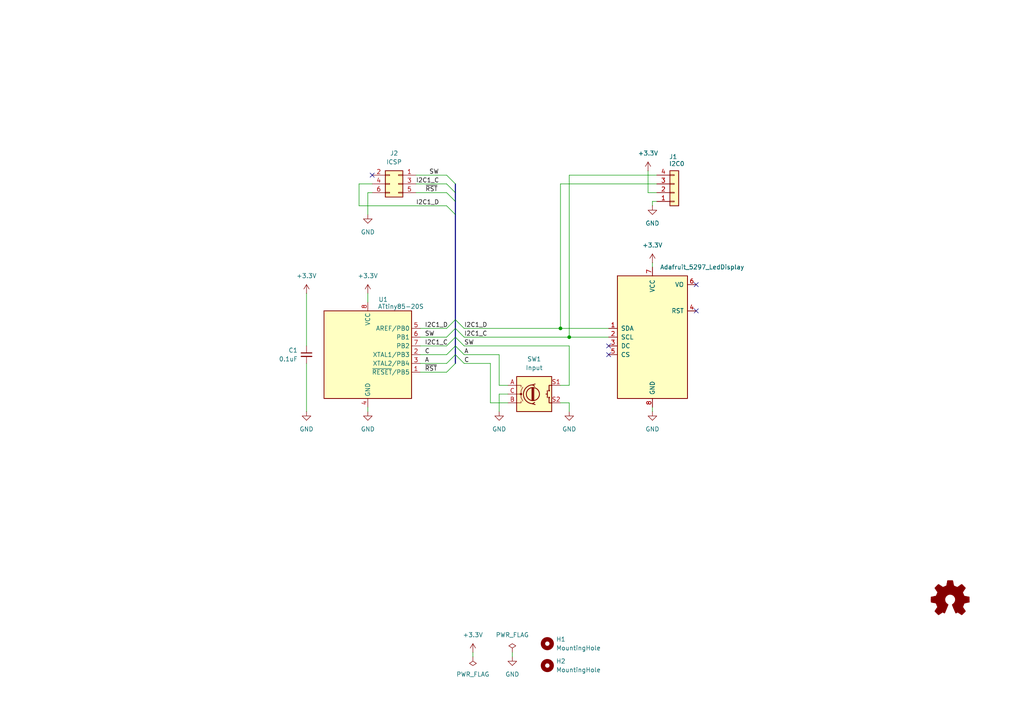
<source format=kicad_sch>
(kicad_sch (version 20231120) (generator "eeschema") (generator_version "8.0")
  (paper "A4")
  (title_block (title "Animatronics - Diagnostics Display (ANI-DSP)") (date "2025-02-09") (rev "1.0") (company "Sparky Bobo Designs") (comment 2 "Designed by: SparkyBobo") (comment 3 "https://creativecommons.org/licenses/by-sa/4.0/") (comment 4 "Released under the Creative Commons Attribution Share-Alike 4.0 License"))
  (lib_symbols
    (symbol "Connector_Generic:Conn_01x04" (pin_names (offset 1.016) hide)
      (property "Reference" "J" (at 0 5.08 0))
      (property "Value" "Conn_01x04" (at 0 -7.62 0))
      (symbol "Conn_01x04_1_1"
        (rectangle (start -1.27 -4.953) (end 0 -5.207) (stroke (width 0.1524)))
        (rectangle (start -1.27 -2.413) (end 0 -2.667) (stroke (width 0.1524)))
        (rectangle (start -1.27 0.127) (end 0 -0.127) (stroke (width 0.1524)))
        (rectangle (start -1.27 2.667) (end 0 2.413) (stroke (width 0.1524)))
        (rectangle (start -1.27 3.81) (end 1.27 -6.35) (stroke (width 0.254)) (fill (type background)))
        (pin passive line (at -5.08 2.54 0) (length 3.81) (name "Pin_1") (number "1"))
        (pin passive line (at -5.08 0 0) (length 3.81) (name "Pin_2") (number "2"))
        (pin passive line (at -5.08 -2.54 0) (length 3.81) (name "Pin_3") (number "3"))
        (pin passive line (at -5.08 -5.08 0) (length 3.81) (name "Pin_4") (number "4"))
      )
    )
    (symbol "Connector_Generic:Conn_02x03_Odd_Even" (pin_names (offset 1.016) hide)
      (property "Reference" "J" (at 1.27 5.08 0))
      (property "Value" "Conn_02x03_Odd_Even" (at 1.27 -5.08 0))
      (symbol "Conn_02x03_Odd_Even_1_1"
        (rectangle (start -1.27 -2.413) (end 0 -2.667) (stroke (width 0.1524)))
        (rectangle (start -1.27 0.127) (end 0 -0.127) (stroke (width 0.1524)))
        (rectangle (start -1.27 2.667) (end 0 2.413) (stroke (width 0.1524)))
        (rectangle (start -1.27 3.81) (end 3.81 -3.81) (stroke (width 0.254)) (fill (type background)))
        (rectangle (start 3.81 -2.413) (end 2.54 -2.667) (stroke (width 0.1524)))
        (rectangle (start 3.81 0.127) (end 2.54 -0.127) (stroke (width 0.1524)))
        (rectangle (start 3.81 2.667) (end 2.54 2.413) (stroke (width 0.1524)))
        (pin passive line (at -5.08 2.54 0) (length 3.81) (name "Pin_1") (number "1"))
        (pin passive line (at 7.62 2.54 180) (length 3.81) (name "Pin_2") (number "2"))
        (pin passive line (at -5.08 0 0) (length 3.81) (name "Pin_3") (number "3"))
        (pin passive line (at 7.62 0 180) (length 3.81) (name "Pin_4") (number "4"))
        (pin passive line (at -5.08 -2.54 0) (length 3.81) (name "Pin_5") (number "5"))
        (pin passive line (at 7.62 -2.54 180) (length 3.81) (name "Pin_6") (number "6"))
      )
    )
    (symbol "Device:C_Small" (pin_numbers hide) (pin_names (offset 0.254) hide)
      (property "Reference" "C" (at 0.254 1.778 0))
      (property "Value" "C_Small" (at 0.254 -2.032 0))
      (symbol "C_Small_0_1"
        (polyline (pts (xy -1.524 -0.508) (xy 1.524 -0.508)) (stroke (width 0.3302)))
        (polyline (pts (xy -1.524 0.508) (xy 1.524 0.508)) (stroke (width 0.3048)))
      )
      (symbol "C_Small_1_1"
        (pin passive line (at 0 2.54 270) (length 2.032) (name "~") (number "1"))
        (pin passive line (at 0 -2.54 90) (length 2.032) (name "~") (number "2"))
      )
    )
    (symbol "Device:RotaryEncoder_Switch" (pin_names (offset 0.254) hide)
      (property "Reference" "SW" (at 0 6.604 0))
      (property "Value" "RotaryEncoder_Switch" (at 0 -6.604 0))
      (symbol "RotaryEncoder_Switch_0_1"
        (rectangle (start -5.08 5.08) (end 5.08 -5.08) (stroke (width 0.254)) (fill (type background)))
        (circle (center -3.81 0) (radius 0.254) (fill (type outline)))
        (circle (center -0.381 0) (radius 1.905) (stroke (width 0.254)))
        (arc (start -0.381 2.667) (mid -3.0988 -0.0635) (end -0.381 -2.794) (stroke (width 0.254)))
        (polyline (pts (xy -0.635 -1.778) (xy -0.635 1.778)) (stroke (width 0.254)))
        (polyline (pts (xy -0.381 -1.778) (xy -0.381 1.778)) (stroke (width 0.254)))
        (polyline (pts (xy -0.127 1.778) (xy -0.127 -1.778)) (stroke (width 0.254)))
        (polyline (pts (xy 3.81 0) (xy 3.429 0)) (stroke (width 0.254)))
        (polyline (pts (xy 3.81 1.016) (xy 3.81 -1.016)) (stroke (width 0.254)))
        (polyline (pts (xy -5.08 -2.54) (xy -3.81 -2.54) (xy -3.81 -2.032)))
        (polyline (pts (xy -5.08 2.54) (xy -3.81 2.54) (xy -3.81 2.032)))
        (polyline (pts (xy 0.254 -3.048) (xy -0.508 -2.794) (xy 0.127 -2.413)) (stroke (width 0.254)))
        (polyline (pts (xy 0.254 2.921) (xy -0.508 2.667) (xy 0.127 2.286)) (stroke (width 0.254)))
        (polyline (pts (xy 5.08 -2.54) (xy 4.318 -2.54) (xy 4.318 -1.016)) (stroke (width 0.254)))
        (polyline (pts (xy 5.08 2.54) (xy 4.318 2.54) (xy 4.318 1.016)) (stroke (width 0.254)))
        (polyline (pts (xy -5.08 0) (xy -3.81 0) (xy -3.81 -1.016) (xy -3.302 -2.032)))
        (polyline (pts (xy -4.318 0) (xy -3.81 0) (xy -3.81 1.016) (xy -3.302 2.032)))
        (circle (center 4.318 -1.016) (radius 0.127) (stroke (width 0.254)))
        (circle (center 4.318 1.016) (radius 0.127) (stroke (width 0.254)))
      )
      (symbol "RotaryEncoder_Switch_1_1"
        (pin passive line (at -7.62 2.54 0) (length 2.54) (name "A") (number "A"))
        (pin passive line (at -7.62 -2.54 0) (length 2.54) (name "B") (number "B"))
        (pin passive line (at -7.62 0 0) (length 2.54) (name "C") (number "C"))
        (pin passive line (at 7.62 2.54 180) (length 2.54) (name "S1") (number "S1"))
        (pin passive line (at 7.62 -2.54 180) (length 2.54) (name "S2") (number "S2"))
      )
    )
    (symbol "Graphic:Logo_Open_Hardware_Small" (in_bom no) (on_board no)
      (symbol "Logo_Open_Hardware_Small_0_1"
        (polyline (pts (xy 3.3528 -4.3434) (xy 3.302 -4.318) (xy 3.175 -4.2418) (xy 2.9972 -4.1148) (xy 2.7686 -3.9624) (xy 2.54 -3.81) (xy 2.3622 -3.7084) (xy 2.2352 -3.6068) (xy 2.1844 -3.5814) (xy 2.159 -3.6068) (xy 2.0574 -3.6576) (xy 1.905 -3.7338) (xy 1.8034 -3.7846) (xy 1.6764 -3.8354) (xy 1.6002 -3.8354) (xy 1.6002 -3.8354) (xy 1.5494 -3.7338) (xy 1.4732 -3.5306) (xy 1.3462 -3.302) (xy 1.2446 -3.0226) (xy 1.1176 -2.7178) (xy 0.9652 -2.413) (xy 0.8636 -2.1082) (xy 0.7366 -1.8288) (xy 0.6604 -1.6256) (xy 0.6096 -1.4732) (xy 0.5842 -1.397) (xy 0.5842 -1.397) (xy 0.6604 -1.3208) (xy 0.7874 -1.2446) (xy 1.0414 -1.016) (xy 1.2954 -0.6858) (xy 1.4478 -0.3302) (xy 1.524 0.0762) (xy 1.4732 0.4572) (xy 1.3208 0.8128) (xy 1.0668 1.143) (xy 0.762 1.3716) (xy 0.4064 1.524) (xy 0 1.5748) (xy -0.381 1.5494) (xy -0.7366 1.397) (xy -1.0668 1.143) (xy -1.2192 0.9906) (xy -1.397 0.6604) (xy -1.524 0.3048) (xy -1.524 0.2286) (xy -1.4986 -0.1778) (xy -1.397 -0.5334) (xy -1.1938 -0.8636) (xy -0.9144 -1.143) (xy -0.8636 -1.1684) (xy -0.7366 -1.27) (xy -0.635 -1.3462) (xy -0.5842 -1.397) (xy -1.0668 -2.5908) (xy -1.143 -2.794) (xy -1.2954 -3.1242) (xy -1.397 -3.4036) (xy -1.4986 -3.6322) (xy -1.5748 -3.7846) (xy -1.6002 -3.8354) (xy -1.6002 -3.8354) (xy -1.651 -3.8354) (xy -1.7272 -3.81) (xy -1.905 -3.7338) (xy -2.0066 -3.683) (xy -2.1336 -3.6068) (xy -2.2098 -3.5814) (xy -2.2606 -3.6068) (xy -2.3622 -3.683) (xy -2.54 -3.81) (xy -2.7686 -3.9624) (xy -2.9718 -4.0894) (xy -3.1496 -4.2164) (xy -3.302 -4.318) (xy -3.3528 -4.3434) (xy -3.3782 -4.3434) (xy -3.429 -4.318) (xy -3.5306 -4.2164) (xy -3.7084 -4.064) (xy -3.937 -3.8354) (xy -3.9624 -3.81) (xy -4.1656 -3.6068) (xy -4.318 -3.4544) (xy -4.4196 -3.3274) (xy -4.445 -3.2766) (xy -4.445 -3.2766) (xy -4.4196 -3.2258) (xy -4.318 -3.0734) (xy -4.2164 -2.8956) (xy -4.064 -2.667) (xy -3.6576 -2.0828) (xy -3.8862 -1.5494) (xy -3.937 -1.3716) (xy -4.0386 -1.1684) (xy -4.0894 -1.0414) (xy -4.1148 -0.9652) (xy -4.191 -0.9398) (xy -4.318 -0.9144) (xy -4.5466 -0.8636) (xy -4.8006 -0.8128) (xy -5.0546 -0.7874) (xy -5.2578 -0.7366) (xy -5.4356 -0.7112) (xy -5.5118 -0.6858) (xy -5.5118 -0.6858) (xy -5.5372 -0.635) (xy -5.5372 -0.5588) (xy -5.5372 -0.4318) (xy -5.5626 -0.2286) (xy -5.5626 0.0762) (xy -5.5626 0.127) (xy -5.5372 0.4064) (xy -5.5372 0.635) (xy -5.5372 0.762) (xy -5.5372 0.8382) (xy -5.5372 0.8382) (xy -5.461 0.8382) (xy -5.3086 0.889) (xy -5.08 0.9144) (xy -4.826 0.9652) (xy -4.8006 0.9906) (xy -4.5466 1.0414) (xy -4.318 1.0668) (xy -4.1656 1.1176) (xy -4.0894 1.143) (xy -4.0894 1.143) (xy -4.0386 1.2446) (xy -3.9624 1.4224) (xy -3.8608 1.6256) (xy -3.7846 1.8288) (xy -3.7084 2.0066) (xy -3.6576 2.159) (xy -3.6322 2.2098) (xy -3.6322 2.2098) (xy -3.683 2.286) (xy -3.7592 2.413) (xy -3.8862 2.5908) (xy -4.064 2.8194) (xy -4.064 2.8448) (xy -4.2164 3.0734) (xy -4.3434 3.2512) (xy -4.4196 3.3782) (xy -4.445 3.4544) (xy -4.445 3.4544) (xy -4.3942 3.5052) (xy -4.2926 3.6322) (xy -4.1148 3.81) (xy -3.937 4.0132) (xy -3.8608 4.064) (xy -3.6576 4.2926) (xy -3.5052 4.4196) (xy -3.4036 4.4958) (xy -3.3528 4.5212) (xy -3.3528 4.5212) (xy -3.302 4.4704) (xy -3.1496 4.3688) (xy -2.9718 4.2418) (xy -2.7432 4.0894) (xy -2.7178 4.0894) (xy -2.4892 3.937) (xy -2.3114 3.81) (xy -2.1844 3.7084) (xy -2.1336 3.683) (xy -2.1082 3.683) (xy -2.032 3.7084) (xy -1.8542 3.7592) (xy -1.6764 3.8354) (xy -1.4732 3.937) (xy -1.27 4.0132) (xy -1.143 4.064) (xy -1.0668 4.1148) (xy -1.0668 4.1148) (xy -1.0414 4.191) (xy -1.016 4.3434) (xy -0.9652 4.572) (xy -0.9144 4.8514) (xy -0.889 4.9022) (xy -0.8382 5.1562) (xy -0.8128 5.3848) (xy -0.7874 5.5372) (xy -0.762 5.588) (xy -0.7112 5.6134) (xy -0.5842 5.6134) (xy -0.4064 5.6134) (xy -0.1524 5.6134) (xy 0.0762 5.6134) (xy 0.3302 5.6134) (xy 0.5334 5.6134) (xy 0.6858 5.588) (xy 0.7366 5.588) (xy 0.7366 5.588) (xy 0.762 5.5118) (xy 0.8128 5.334) (xy 0.8382 5.1054) (xy 0.9144 4.826) (xy 0.9144 4.7752) (xy 0.9652 4.5212) (xy 1.016 4.2926) (xy 1.0414 4.1402) (xy 1.0668 4.0894) (xy 1.0668 4.0894) (xy 1.1938 4.0386) (xy 1.3716 3.9624) (xy 1.5748 3.8608) (xy 2.0828 3.6576) (xy 2.7178 4.0894) (xy 2.7686 4.1402) (xy 2.9972 4.2926) (xy 3.175 4.4196) (xy 3.302 4.4958) (xy 3.3782 4.5212) (xy 3.3782 4.5212) (xy 3.429 4.4704) (xy 3.556 4.3434) (xy 3.7338 4.191) (xy 3.9116 3.9878) (xy 4.064 3.8354) (xy 4.2418 3.6576) (xy 4.3434 3.556) (xy 4.4196 3.4798) (xy 4.4196 3.429) (xy 4.4196 3.4036) (xy 4.3942 3.3274) (xy 4.2926 3.2004) (xy 4.1656 2.9972) (xy 4.0132 2.794) (xy 3.8862 2.5908) (xy 3.7592 2.3876) (xy 3.6576 2.2352) (xy 3.6322 2.159) (xy 3.6322 2.1336) (xy 3.683 2.0066) (xy 3.7592 1.8288) (xy 3.8608 1.6002) (xy 4.064 1.1176) (xy 4.3942 1.0414) (xy 4.5974 1.016) (xy 4.8768 0.9652) (xy 5.1308 0.9144) (xy 5.5372 0.8382) (xy 5.5626 -0.6604) (xy 5.4864 -0.6858) (xy 5.4356 -0.6858) (xy 5.2832 -0.7366) (xy 5.0546 -0.762) (xy 4.8006 -0.8128) (xy 4.5974 -0.8636) (xy 4.3688 -0.9144) (xy 4.2164 -0.9398) (xy 4.1402 -0.9398) (xy 4.1148 -0.9652) (xy 4.064 -1.0668) (xy 3.9878 -1.2446) (xy 3.9116 -1.4478) (xy 3.81 -1.651) (xy 3.7338 -1.8542) (xy 3.683 -2.0066) (xy 3.6576 -2.0828) (xy 3.683 -2.1336) (xy 3.7846 -2.2606) (xy 3.8862 -2.4638) (xy 4.0386 -2.667) (xy 4.191 -2.8956) (xy 4.318 -3.0734) (xy 4.3942 -3.2004) (xy 4.445 -3.2766) (xy 4.4196 -3.3274) (xy 4.3434 -3.429) (xy 4.1656 -3.5814) (xy 3.937 -3.8354) (xy 3.8862 -3.8608) (xy 3.683 -4.064) (xy 3.5306 -4.2164) (xy 3.4036 -4.318) (xy 3.3528 -4.3434)) (fill (type outline)))
      )
    )
    (symbol "MCU_Microchip_ATtiny:ATtiny85-20S"
      (property "Reference" "U" (at -12.7 13.97 0))
      (property "Value" "ATtiny85-20S" (at 2.54 -13.97 0))
      (symbol "ATtiny85-20S_0_1"
        (rectangle (start -12.7 -12.7) (end 12.7 12.7) (stroke (width 0.254)) (fill (type background)))
      )
      (symbol "ATtiny85-20S_1_1"
        (pin bidirectional line (at 15.24 -5.08 180) (length 2.54) (name "~{RESET}/PB5") (number "1"))
        (pin bidirectional line (at 15.24 0 180) (length 2.54) (name "XTAL1/PB3") (number "2"))
        (pin bidirectional line (at 15.24 -2.54 180) (length 2.54) (name "XTAL2/PB4") (number "3"))
        (pin power_in line (at 0 -15.24 90) (length 2.54) (name "GND") (number "4"))
        (pin bidirectional line (at 15.24 7.62 180) (length 2.54) (name "AREF/PB0") (number "5"))
        (pin bidirectional line (at 15.24 5.08 180) (length 2.54) (name "PB1") (number "6"))
        (pin bidirectional line (at 15.24 2.54 180) (length 2.54) (name "PB2") (number "7"))
        (pin power_in line (at 0 15.24 270) (length 2.54) (name "VCC") (number "8"))
      )
    )
    (symbol "Mechanical:MountingHole" (pin_names (offset 1.016)) (exclude_from_sim yes) (in_bom no)
      (property "Reference" "H" (at 0 5.08 0))
      (property "Value" "MountingHole" (at 0 3.175 0))
      (symbol "MountingHole_0_1"
        (circle (center 0 0) (radius 1.27) (stroke (width 1.27)))
      )
    )
    (symbol "animatronics:Adafruit_5297_LedDisplay" (pin_names (offset 1.016))
      (property "Value" "Adafruit_5297_LedDisplay" (at 5.588 19.05 0))
      (symbol "Adafruit_5297_LedDisplay_0_1"
        (rectangle (start -10.16 17.78) (end 10.16 -17.78) (stroke (width 0.254)) (fill (type background)))
      )
      (symbol "Adafruit_5297_LedDisplay_1_1"
        (pin bidirectional line (at -12.7 2.54 0) (length 2.54) (name "SDA") (number "1"))
        (pin bidirectional line (at -12.7 0 0) (length 2.54) (name "SCL") (number "2"))
        (pin bidirectional line (at -12.7 -2.54 0) (length 2.54) (name "DC") (number "3"))
        (pin passive line (at 12.7 7.62 180) (length 2.54) (name "RST") (number "4"))
        (pin bidirectional line (at -12.7 -5.08 0) (length 2.54) (name "CS") (number "5"))
        (pin passive line (at 12.7 15.24 180) (length 2.54) (name "VO") (number "6"))
        (pin power_in line (at 0 20.32 270) (length 2.54) (name "VCC") (number "7"))
        (pin power_in line (at 0 -20.32 90) (length 2.54) (name "GND") (number "8"))
      )
    )
    (symbol "power:+3.3V" (power) (pin_numbers hide) (pin_names (offset 0) hide)
      (property "Value" "+3.3V" (at 0 3.556 0))
      (symbol "+3.3V_0_1"
        (polyline (pts (xy -0.762 1.27) (xy 0 2.54)))
        (polyline (pts (xy 0 0) (xy 0 2.54)))
        (polyline (pts (xy 0 2.54) (xy 0.762 1.27)))
      )
      (symbol "+3.3V_1_1"
        (pin power_in line (at 0 0 90) (length 0) (name "~") (number "1"))
      )
    )
    (symbol "power:GND" (power) (pin_numbers hide) (pin_names (offset 0) hide)
      (property "Value" "GND" (at 0 -3.81 0))
      (symbol "GND_0_1"
        (polyline (pts (xy 0 0) (xy 0 -1.27) (xy 1.27 -1.27) (xy 0 -2.54) (xy -1.27 -1.27) (xy 0 -1.27)))
      )
      (symbol "GND_1_1"
        (pin power_in line (at 0 0 270) (length 0) (name "~") (number "1"))
      )
    )
    (symbol "power:PWR_FLAG" (power) (pin_numbers hide) (pin_names (offset 0) hide)
      (property "Value" "PWR_FLAG" (at 0 3.81 0))
      (symbol "PWR_FLAG_0_0"
        (pin power_out line (at 0 0 90) (length 0) (name "~") (number "1"))
      )
      (symbol "PWR_FLAG_0_1"
        (polyline (pts (xy 0 0) (xy 0 1.27) (xy -1.016 1.905) (xy 0 2.54) (xy 1.016 1.905) (xy 0 1.27)))
      )
    )
  )
  (junction (at 165.1 97.79))
  (junction (at 162.56 95.25))
  (no_connect (at 107.95 50.8))
  (no_connect (at 201.93 90.17))
  (no_connect (at 176.53 102.87))
  (no_connect (at 176.53 100.33))
  (no_connect (at 201.93 82.55))
  (bus_entry (at 132.08 97.79) (size 2.54 2.54))
  (bus_entry (at 132.08 100.33) (size 2.54 2.54))
  (bus_entry (at 132.08 55.88) (size -2.54 -2.54))
  (bus_entry (at 129.54 100.33) (size 2.54 -2.54))
  (bus_entry (at 129.54 107.95) (size 2.54 -2.54))
  (bus_entry (at 132.08 53.34) (size -2.54 -2.54))
  (bus_entry (at 132.08 95.25) (size 2.54 2.54))
  (bus_entry (at 132.08 102.87) (size 2.54 2.54))
  (bus_entry (at 132.08 62.23) (size -2.54 -2.54))
  (bus_entry (at 129.54 95.25) (size 2.54 -2.54))
  (bus_entry (at 129.54 102.87) (size 2.54 -2.54))
  (bus_entry (at 132.08 92.71) (size 2.54 2.54))
  (bus_entry (at 132.08 58.42) (size -2.54 -2.54))
  (bus_entry (at 129.54 97.79) (size 2.54 -2.54))
  (bus_entry (at 129.54 105.41) (size 2.54 -2.54))
  (wire (pts (xy 189.23 59.69) (xy 189.23 58.42)))
  (wire (pts (xy 121.92 100.33) (xy 129.54 100.33)))
  (wire (pts (xy 88.9 105.41) (xy 88.9 119.38)))
  (wire (pts (xy 165.1 50.8) (xy 165.1 97.79)))
  (wire (pts (xy 134.62 105.41) (xy 142.24 105.41)))
  (wire (pts (xy 162.56 111.76) (xy 165.1 111.76)))
  (wire (pts (xy 121.92 97.79) (xy 129.54 97.79)))
  (wire (pts (xy 190.5 55.88) (xy 187.96 55.88)))
  (wire (pts (xy 165.1 116.84) (xy 165.1 119.38)))
  (wire (pts (xy 144.78 111.76) (xy 147.32 111.76)))
  (wire (pts (xy 106.68 85.09) (xy 106.68 87.63)))
  (wire (pts (xy 129.54 50.8) (xy 120.65 50.8)))
  (bus (pts (xy 132.08 102.87) (xy 132.08 105.41)))
  (wire (pts (xy 165.1 97.79) (xy 176.53 97.79)))
  (bus (pts (xy 132.08 55.88) (xy 132.08 58.42)))
  (wire (pts (xy 137.16 189.23) (xy 137.16 190.5)))
  (bus (pts (xy 132.08 53.34) (xy 132.08 55.88)))
  (wire (pts (xy 187.96 55.88) (xy 187.96 49.53)))
  (wire (pts (xy 189.23 76.2) (xy 189.23 77.47)))
  (wire (pts (xy 106.68 55.88) (xy 106.68 62.23)))
  (wire (pts (xy 190.5 53.34) (xy 162.56 53.34)))
  (wire (pts (xy 121.92 102.87) (xy 129.54 102.87)))
  (wire (pts (xy 129.54 53.34) (xy 120.65 53.34)))
  (wire (pts (xy 121.92 107.95) (xy 129.54 107.95)))
  (wire (pts (xy 134.62 97.79) (xy 165.1 97.79)))
  (wire (pts (xy 88.9 85.09) (xy 88.9 100.33)))
  (wire (pts (xy 190.5 58.42) (xy 189.23 58.42)))
  (wire (pts (xy 147.32 116.84) (xy 142.24 116.84)))
  (wire (pts (xy 121.92 95.25) (xy 129.54 95.25)))
  (wire (pts (xy 107.95 55.88) (xy 106.68 55.88)))
  (bus (pts (xy 132.08 95.25) (xy 132.08 97.79)))
  (wire (pts (xy 134.62 100.33) (xy 165.1 100.33)))
  (wire (pts (xy 189.23 118.11) (xy 189.23 119.38)))
  (wire (pts (xy 162.56 95.25) (xy 176.53 95.25)))
  (wire (pts (xy 162.56 116.84) (xy 165.1 116.84)))
  (wire (pts (xy 165.1 111.76) (xy 165.1 100.33)))
  (wire (pts (xy 104.14 53.34) (xy 104.14 59.69)))
  (wire (pts (xy 121.92 105.41) (xy 129.54 105.41)))
  (wire (pts (xy 190.5 50.8) (xy 165.1 50.8)))
  (wire (pts (xy 106.68 118.11) (xy 106.68 119.38)))
  (bus (pts (xy 132.08 62.23) (xy 132.08 92.71)))
  (wire (pts (xy 129.54 55.88) (xy 120.65 55.88)))
  (wire (pts (xy 134.62 102.87) (xy 144.78 102.87)))
  (bus (pts (xy 132.08 92.71) (xy 132.08 95.25)))
  (wire (pts (xy 144.78 102.87) (xy 144.78 111.76)))
  (wire (pts (xy 134.62 95.25) (xy 162.56 95.25)))
  (wire (pts (xy 144.78 114.3) (xy 144.78 119.38)))
  (wire (pts (xy 142.24 116.84) (xy 142.24 105.41)))
  (wire (pts (xy 148.59 189.23) (xy 148.59 190.5)))
  (wire (pts (xy 144.78 114.3) (xy 147.32 114.3)))
  (wire (pts (xy 107.95 53.34) (xy 104.14 53.34)))
  (bus (pts (xy 132.08 97.79) (xy 132.08 100.33)))
  (wire (pts (xy 129.54 59.69) (xy 104.14 59.69)))
  (bus (pts (xy 132.08 100.33) (xy 132.08 102.87)))
  (wire (pts (xy 162.56 53.34) (xy 162.56 95.25)))
  (bus (pts (xy 132.08 58.42) (xy 132.08 62.23)))
  (label "I2C1_D" (at 123.19 95.25 0))
  (label "A" (at 123.19 105.41 0))
  (label "C" (at 123.19 102.87 0))
  (label "I2C1_C" (at 120.65 53.34 0))
  (label "~{RST}" (at 127 55.88 180))
  (label "A" (at 134.62 102.87 0))
  (label "C" (at 134.62 105.41 0))
  (label "SW" (at 134.62 100.33 0))
  (label "SW" (at 123.19 97.79 0))
  (label "I2C1_C" (at 123.19 100.33 0))
  (label "I2C1_D" (at 134.62 95.25 0))
  (label "I2C1_D" (at 120.65 59.69 0))
  (label "~{RST}" (at 123.19 107.95 0))
  (label "I2C1_C" (at 134.62 97.79 0))
  (label "SW" (at 124.46 50.8 0))
  (symbol (lib_id "Connector_Generic:Conn_02x03_Odd_Even") (at 115.57 53.34 0) (mirror y) (unit 1)
    (property "Reference" "J2" (at 114.3 44.45 0))
    (property "Value" "ICSP" (at 114.3 46.99 0))
    (property "Footprint" "Connector_PinHeader_2.54mm:PinHeader_2x03_P2.54mm_Vertical" (effects (hide yes)))
    (property "Description" "Generic connector, double row, 02x03, odd/even pin numbering scheme (row 1 odd numbers, row 2 even numbers), script generated (kicad-library-utils/schlib/autogen/connector/)" (effects (hide yes)))
  )
  (symbol (lib_id "power:GND") (at 189.23 59.69 0) (mirror y) (unit 1)
    (property "Reference" "#PWR06" (effects (hide yes)))
    (property "Value" "GND" (at 189.23 64.77 0))
    (property "Description" "Power symbol creates a global label with name \"GND\" , ground" (effects (hide yes)))
  )
  (symbol (lib_id "power:GND") (at 88.9 119.38 0) (unit 1)
    (property "Reference" "#PWR017" (effects (hide yes)))
    (property "Value" "GND" (at 88.9 124.46 0))
    (property "Description" "Power symbol creates a global label with name \"GND\" , ground" (effects (hide yes)))
  )
  (symbol (lib_id "power:+3.3V") (at 187.96 49.53 0) (unit 1)
    (property "Reference" "#PWR05" (effects (hide yes)))
    (property "Value" "+3.3V" (at 187.96 44.45 0))
    (property "Description" "Power symbol creates a global label with name \"+3.3V\"" (effects (hide yes)))
  )
  (symbol (lib_id "power:GND") (at 165.1 119.38 0) (unit 1)
    (property "Reference" "#PWR09" (effects (hide yes)))
    (property "Value" "GND" (at 165.1 124.46 0))
    (property "Description" "Power symbol creates a global label with name \"GND\" , ground" (effects (hide yes)))
  )
  (symbol (lib_id "power:PWR_FLAG") (at 137.16 190.5 180) (unit 1)
    (property "Reference" "#FLG04" (effects (hide yes)))
    (property "Value" "PWR_FLAG" (at 137.16 195.58 0))
    (property "Description" "Special symbol for telling ERC where power comes from" (effects (hide yes)))
  )
  (symbol (lib_id "power:PWR_FLAG") (at 148.59 189.23 0) (unit 1)
    (property "Reference" "#FLG03" (effects (hide yes)))
    (property "Value" "PWR_FLAG" (at 148.59 184.15 0))
    (property "Description" "Special symbol for telling ERC where power comes from" (effects (hide yes)))
  )
  (symbol (lib_id "Device:RotaryEncoder_Switch") (at 154.94 114.3 0) (unit 1)
    (property "Reference" "SW1" (at 154.94 104.14 0))
    (property "Value" "Input" (at 154.94 106.68 0))
    (property "Footprint" "Rotary_Encoder:RotaryEncoder_Bourns_Vertical_PEC12R-3x17F-Sxxxx" (effects (hide yes)))
    (property "Description" "Rotary encoder, dual channel, incremental quadrate outputs, with switch" (effects (hide yes)))
  )
  (symbol (lib_id "power:+3.3V") (at 189.23 76.2 0) (mirror y) (unit 1)
    (property "Reference" "#PWR03" (effects (hide yes)))
    (property "Value" "+3.3V" (at 189.23 71.12 0))
    (property "Description" "Power symbol creates a global label with name \"+3.3V\"" (effects (hide yes)))
  )
  (symbol (lib_id "power:GND") (at 106.68 119.38 0) (unit 1)
    (property "Reference" "#PWR014" (effects (hide yes)))
    (property "Value" "GND" (at 106.68 124.46 0))
    (property "Description" "Power symbol creates a global label with name \"GND\" , ground" (effects (hide yes)))
  )
  (symbol (lib_id "Graphic:Logo_Open_Hardware_Small") (at 275.59 173.99 0) (unit 1) (exclude_from_sim yes) (in_bom no) (on_board no)
    (property "Reference" "#SYM1" (effects (hide yes)))
    (property "Value" "Logo_Open_Hardware_Small" (effects (hide yes)))
    (property "Description" "Open Hardware logo, small" (effects (hide yes)))
  )
  (symbol (lib_id "Mechanical:MountingHole") (at 158.75 186.69 0) (unit 1) (exclude_from_sim yes) (in_bom no)
    (property "Reference" "H1" (at 161.29 185.4199 0) (effects (justify left)))
    (property "Value" "MountingHole" (at 161.29 187.9599 0) (effects (justify left)))
    (property "Footprint" "MountingHole:MountingHole_3.2mm_M3" (effects (hide yes)))
    (property "Description" "Mounting Hole without connection" (effects (hide yes)))
  )
  (symbol (lib_id "animatronics:Adafruit_5297_LedDisplay") (at 189.23 97.79 0) (unit 1)
    (property "Reference" "DS1" (effects (hide yes)))
    (property "Value" "Adafruit_5297_LedDisplay" (at 191.4241 77.47 0) (effects (justify left)))
    (property "Footprint" "footprints:Adafruit_5297" (effects (hide yes)))
    (property "Datasheet" "https://www.adafruit.com/product/5297" (effects (hide yes)))
    (property "Description" "Graphics Display 128x128px,  I2C, SPI, 3.3V or 5V VDD" (effects (hide yes)))
  )
  (symbol (lib_id "Mechanical:MountingHole") (at 158.75 193.04 0) (unit 1) (exclude_from_sim yes) (in_bom no)
    (property "Reference" "H2" (at 161.29 191.7699 0) (effects (justify left)))
    (property "Value" "MountingHole" (at 161.29 194.3099 0) (effects (justify left)))
    (property "Footprint" "MountingHole:MountingHole_3.2mm_M3" (effects (hide yes)))
    (property "Description" "Mounting Hole without connection" (effects (hide yes)))
  )
  (symbol (lib_id "power:GND") (at 106.68 62.23 0) (mirror y) (unit 1)
    (property "Reference" "#PWR025" (effects (hide yes)))
    (property "Value" "GND" (at 106.68 67.31 0))
    (property "Description" "Power symbol creates a global label with name \"GND\" , ground" (effects (hide yes)))
  )
  (symbol (lib_id "power:GND") (at 148.59 190.5 0) (unit 1)
    (property "Reference" "#PWR022" (effects (hide yes)))
    (property "Value" "GND" (at 148.59 195.58 0))
    (property "Description" "Power symbol creates a global label with name \"GND\" , ground" (effects (hide yes)))
  )
  (symbol (lib_id "power:GND") (at 189.23 119.38 0) (unit 1)
    (property "Reference" "#PWR04" (effects (hide yes)))
    (property "Value" "GND" (at 189.23 124.46 0))
    (property "Description" "Power symbol creates a global label with name \"GND\" , ground" (effects (hide yes)))
  )
  (symbol (lib_id "Device:C_Small") (at 88.9 102.87 0) (mirror y) (unit 1)
    (property "Reference" "C1" (at 86.36 101.6062 0) (effects (justify left)))
    (property "Value" "0.1uF" (at 86.36 104.1462 0) (effects (justify left)))
    (property "Footprint" "Capacitor_SMD:C_1206_3216Metric_Pad1.33x1.80mm_HandSolder" (effects (hide yes)))
    (property "Description" "Unpolarized capacitor, small symbol" (effects (hide yes)))
  )
  (symbol (lib_id "Connector_Generic:Conn_01x04") (at 195.58 55.88 0) (mirror x) (unit 1)
    (property "Reference" "J1" (at 194.056 45.466 0) (effects (justify left)))
    (property "Value" "I2C0" (at 194.056 47.498 0) (effects (justify left)))
    (property "Footprint" "Connector_JST:JST_SH_SM04B-SRSS-TB_1x04-1MP_P1.00mm_Horizontal" (effects (hide yes)))
    (property "Description" "Generic connector, single row, 01x04, script generated (kicad-library-utils/schlib/autogen/connector/)" (effects (hide yes)))
  )
  (symbol (lib_id "power:+3.3V") (at 137.16 189.23 0) (mirror y) (unit 1)
    (property "Reference" "#PWR023" (effects (hide yes)))
    (property "Value" "+3.3V" (at 137.16 184.15 0))
    (property "Description" "Power symbol creates a global label with name \"+3.3V\"" (effects (hide yes)))
  )
  (symbol (lib_id "power:GND") (at 144.78 119.38 0) (unit 1)
    (property "Reference" "#PWR07" (effects (hide yes)))
    (property "Value" "GND" (at 144.78 124.46 0))
    (property "Description" "Power symbol creates a global label with name \"GND\" , ground" (effects (hide yes)))
  )
  (symbol (lib_id "MCU_Microchip_ATtiny:ATtiny85-20S") (at 106.68 102.87 0) (unit 1)
    (property "Reference" "U1" (at 112.522 86.868 0) (effects (justify right)))
    (property "Value" "ATtiny85-20S" (at 122.936 88.9 0) (effects (justify right)))
    (property "Footprint" "Package_SO:SOIC-8_3.9x4.9mm_P1.27mm" (effects (hide yes)))
    (property "Datasheet" "http://ww1.microchip.com/downloads/en/DeviceDoc/atmel-2586-avr-8-bit-microcontroller-attiny25-attiny45-attiny85_datasheet.pdf" (effects (hide yes)))
    (property "Description" "20MHz, 8kB Flash, 512B SRAM, 512B EEPROM, debugWIRE, SOIC-8W" (effects (hide yes)))
  )
  (symbol (lib_id "power:+3.3V") (at 106.68 85.09 0) (mirror y) (unit 1)
    (property "Reference" "#PWR015" (effects (hide yes)))
    (property "Value" "+3.3V" (at 106.68 80.01 0))
    (property "Description" "Power symbol creates a global label with name \"+3.3V\"" (effects (hide yes)))
  )
  (symbol (lib_id "power:+3.3V") (at 88.9 85.09 0) (mirror y) (unit 1)
    (property "Reference" "#PWR016" (effects (hide yes)))
    (property "Value" "+3.3V" (at 88.9 80.01 0))
    (property "Description" "Power symbol creates a global label with name \"+3.3V\"" (effects (hide yes)))
  )
)
</source>
